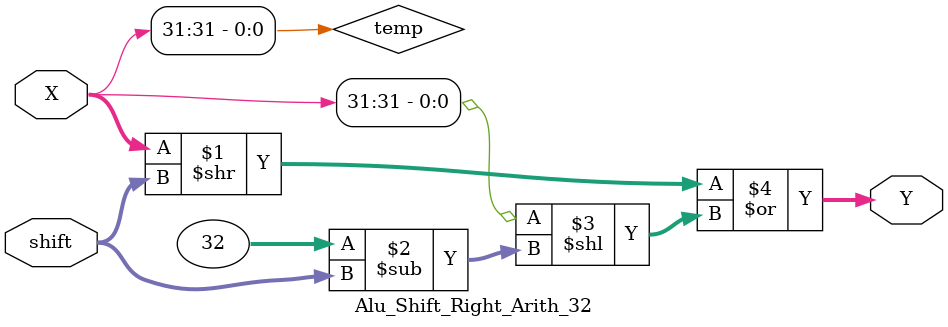
<source format=v>
module Alu_Shift_Right_Arith_32(input [31:0] X, input [31:0] shift, output [31:0] Y);

	assign temp = {32{X[31]}};
	assign Y = (X >> shift) | (temp << (32 - shift)); // Basically a ROR with the top bits cloned

endmodule
</source>
